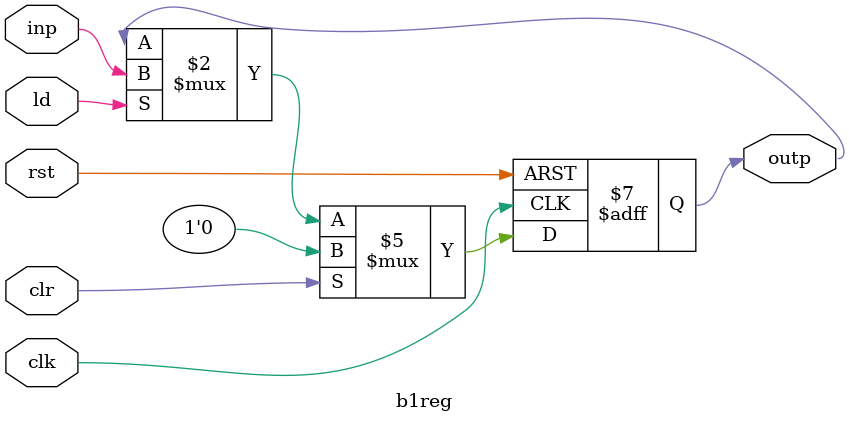
<source format=sv>
`timescale 1ns/1ns
module b1reg (input inp, clr, ld, clk, rst, output reg outp);
  always@(posedge clk, posedge rst)begin
    if(rst)
      outp <= 1'b0;
    else
      if(clr)
        outp <= 1'b0;
      else
        if(ld)
          outp <= inp;
  end
endmodule



</source>
